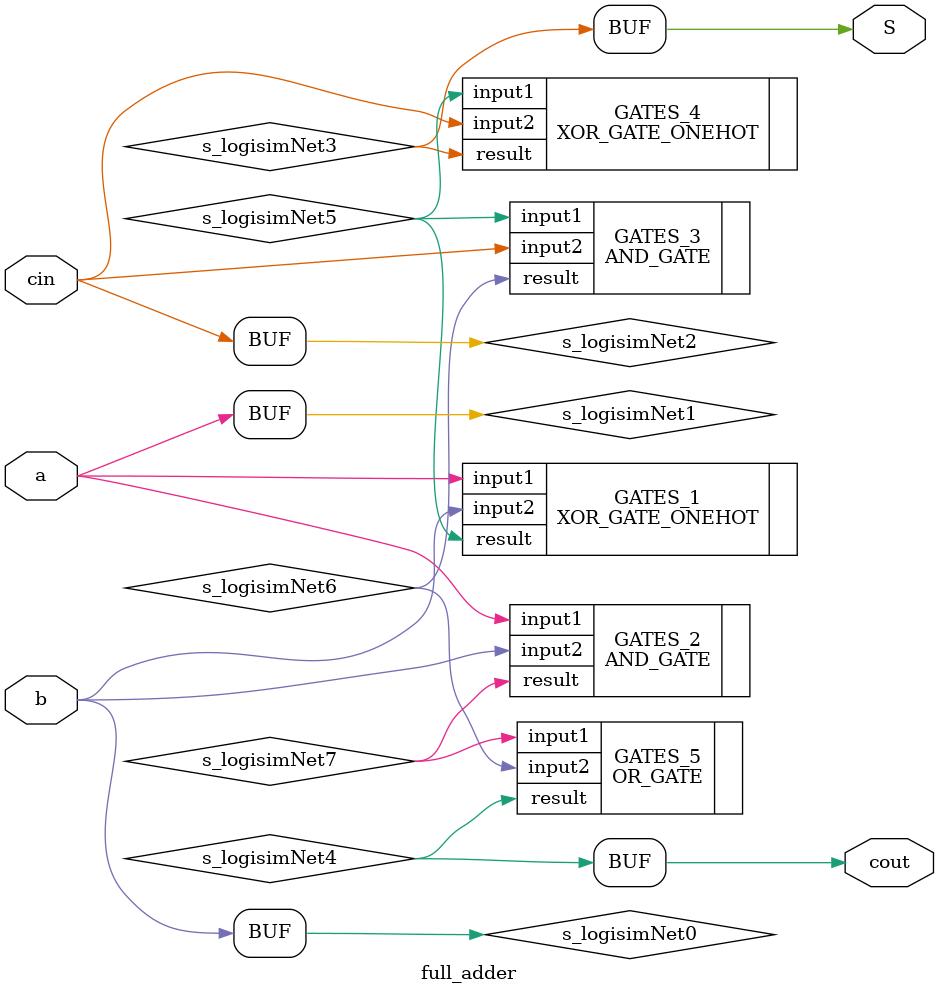
<source format=v>
/******************************************************************************
 ** Logisim-evolution goes FPGA automatic generated Verilog code             **
 ** https://github.com/logisim-evolution/                                    **
 **                                                                          **
 ** Component : full_adder                                                   **
 **                                                                          **
 *****************************************************************************/

module full_adder( S,
                   a,
                   b,
                   cin,
                   cout );

   /*******************************************************************************
   ** The inputs are defined here                                                **
   *******************************************************************************/
   input a;
   input b;
   input cin;

   /*******************************************************************************
   ** The outputs are defined here                                               **
   *******************************************************************************/
   output S;
   output cout;

   /*******************************************************************************
   ** The wires are defined here                                                 **
   *******************************************************************************/
   wire s_logisimNet0;
   wire s_logisimNet1;
   wire s_logisimNet2;
   wire s_logisimNet3;
   wire s_logisimNet4;
   wire s_logisimNet5;
   wire s_logisimNet6;
   wire s_logisimNet7;

   /*******************************************************************************
   ** The module functionality is described here                                 **
   *******************************************************************************/

   /*******************************************************************************
   ** Here all input connections are defined                                     **
   *******************************************************************************/
   assign s_logisimNet0 = b;
   assign s_logisimNet1 = a;
   assign s_logisimNet2 = cin;

   /*******************************************************************************
   ** Here all output connections are defined                                    **
   *******************************************************************************/
   assign S    = s_logisimNet3;
   assign cout = s_logisimNet4;

   /*******************************************************************************
   ** Here all normal components are defined                                     **
   *******************************************************************************/
   XOR_GATE_ONEHOT #(.BubblesMask(2'b00))
      GATES_1 (.input1(s_logisimNet1),
               .input2(s_logisimNet0),
               .result(s_logisimNet5));

   AND_GATE #(.BubblesMask(2'b00))
      GATES_2 (.input1(s_logisimNet1),
               .input2(s_logisimNet0),
               .result(s_logisimNet7));

   AND_GATE #(.BubblesMask(2'b00))
      GATES_3 (.input1(s_logisimNet5),
               .input2(s_logisimNet2),
               .result(s_logisimNet6));

   XOR_GATE_ONEHOT #(.BubblesMask(2'b00))
      GATES_4 (.input1(s_logisimNet5),
               .input2(s_logisimNet2),
               .result(s_logisimNet3));

   OR_GATE #(.BubblesMask(2'b00))
      GATES_5 (.input1(s_logisimNet7),
               .input2(s_logisimNet6),
               .result(s_logisimNet4));


endmodule

</source>
